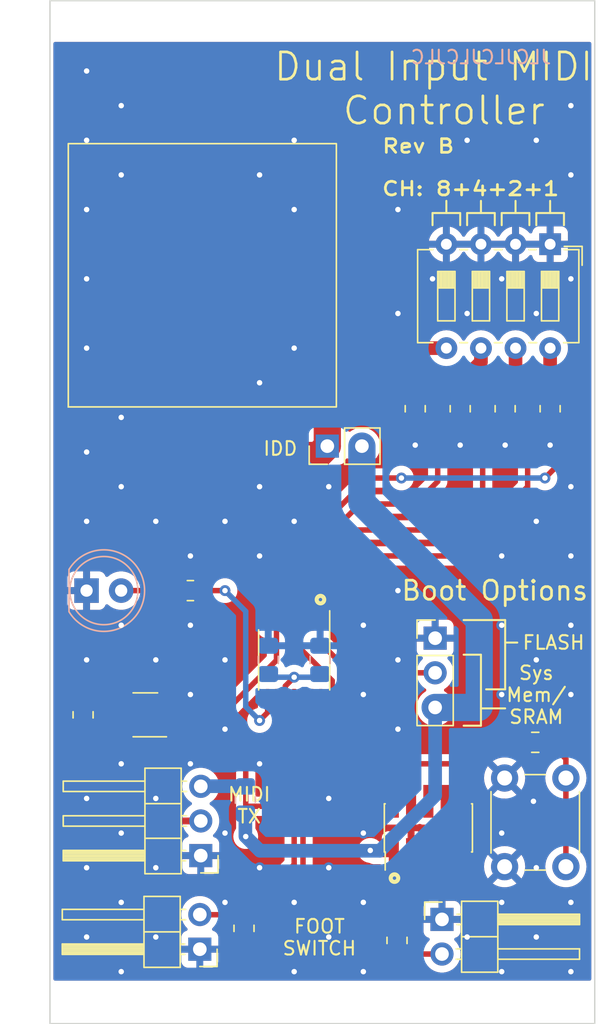
<source format=kicad_pcb>
(kicad_pcb (version 20221018) (generator pcbnew)
  (layers (0 "F.Cu" signal) (31 "B.Cu" signal) (34 "B.Paste" user) (35 "F.Paste" user) (36 "B.SilkS" user "B.Silkscreen") (37 "F.SilkS" user "F.Silkscreen") (38 "B.Mask" user) (39 "F.Mask" user) (44 "Edge.Cuts" user))
  (net 0 "")
  (net 1 "Net-(BT1-+)")
  (net 2 "GND")
  (net 3 "/Microcontroller/NRST")
  (net 4 "+3V3")
  (net 5 "Net-(D1-A)")
  (net 6 "Net-(J2-Pin_2)")
  (net 7 "/Microcontroller/SWDIO")
  (net 8 "/Microcontroller/SWCLK")
  (net 9 "Net-(J2-Pin_3)")
  (net 12 "/Microcontroller/EXT_UP_PRESET_SW")
  (net 13 "/Microcontroller/EXT_DOWN_PRESET_SW")
  (net 14 "/Microcontroller/BOOT0")
  (net 15 "/Microcontroller/LPUART1_TX")
  (net 16 "/MIDI_Output/MIDI_TX")
  (net 17 "Net-(R1-Pad1)")
  (net 18 "/Microcontroller/EXT_MIDI_CH_BIT2")
  (net 19 "/Microcontroller/EXT_MIDI_CH_BIT3")
  (net 20 "/Microcontroller/EXT_MIDI_CH_BIT4")
  (net 21 "/Microcontroller/EXT_MIDI_CH_BIT1")
  (net 23 "/Microcontroller/LPWR_MON_LED")
  (footprint "Connector_PinHeader_2.54mm:PinHeader_1x02_P2.54mm_Horizontal" (layer "F.Cu") (at 132.772 128.91 180)
    (fp_text reference "J4" hide)
    (fp_text value "Conn_01x02")
    (pad "1" thru_hole rect (at 0 0 180) (size 1.7 1.7) (drill 1) (layers "*.Cu" "*.Mask") (net 2 "GND"))
    (pad "2" thru_hole oval (at 0 2.54 180) (size 1.7 1.7) (drill 1) (layers "*.Cu" "*.Mask") (net 13 "/Microcontroller/EXT_DOWN_PRESET_SW"))
  )
  (footprint "Resistor_SMD:R_0805_2012Metric_Pad1.20x1.40mm_HandSolder" (layer "F.Cu") (at 151.892 89.281 -90)
    (fp_text reference "R7" hide)
    (fp_text value "120R")
    (pad "1" smd roundrect (at -1 0 270) (size 1.2 1.4) (layers "F.Cu" "F.Paste" "F.Mask") (roundrect_rratio 0.2083333333) (net 19 "/Microcontroller/EXT_MIDI_CH_BIT3"))
    (pad "2" smd roundrect (at 1 0 270) (size 1.2 1.4) (layers "F.Cu" "F.Paste" "F.Mask") (roundrect_rratio 0.2083333333) (net 2 "GND"))
  )
  (footprint "GenericCoinCellHolders:CR2032" (layer "F.Cu") (at 133.1468 79.495029 90)
    (fp_text reference "BT1" hide)
    (fp_text value "Battery_Cell")
    (pad "1" smd roundrect (at -13.208 0 90) (size 6 6) (layers "F.Cu" "F.Paste" "F.Mask") (net 1 "Net-(BT1-+)"))
    (pad "1" smd roundrect (at 13.208 0 90) (size 6 6) (layers "F.Cu" "F.Paste" "F.Mask") (net 1 "Net-(BT1-+)"))
    (pad "2" smd circle (at 0 0 90) (size 14 14) (layers "F.Cu" "F.Paste" "F.Mask") (net 2 "GND"))
  )
  (footprint "Package_TO_SOT_SMD:SOT-23-5_HandSoldering" (layer "F.Cu") (at 128.772446 111.724044 180)
    (fp_text reference "U1" hide)
    (fp_text value "74LVC1G34")
    (pad "1" smd rect (at -1.35 -0.95 180) (size 1.56 0.65) (layers "F.Cu" "F.Paste" "F.Mask"))
    (pad "2" smd rect (at -1.35 0 180) (size 1.56 0.65) (layers "F.Cu" "F.Paste" "F.Mask") (net 16 "/MIDI_Output/MIDI_TX"))
    (pad "3" smd rect (at -1.35 0.95 180) (size 1.56 0.65) (layers "F.Cu" "F.Paste" "F.Mask") (net 2 "GND"))
    (pad "4" smd rect (at 1.35 0.95 180) (size 1.56 0.65) (layers "F.Cu" "F.Paste" "F.Mask") (net 17 "Net-(R1-Pad1)"))
    (pad "5" smd rect (at 1.35 -0.95 180) (size 1.56 0.65) (layers "F.Cu" "F.Paste" "F.Mask") (net 4 "+3V3"))
  )
  (footprint "Package_SO:TSSOP-14_4.4x5mm_P0.65mm" (layer "F.Cu") (at 139.7 107.696 -90)
    (fp_text reference "U2" hide)
    (fp_text value "STM32L011D4Px")
    (pad "1" smd roundrect (at -2.8625 -1.95 270) (size 1.475 0.4) (layers "F.Cu" "F.Paste" "F.Mask") (net 14 "/Microcontroller/BOOT0"))
    (pad "2" smd roundrect (at -2.8625 -1.3 270) (size 1.475 0.4) (layers "F.Cu" "F.Paste" "F.Mask") (net 18 "/Microcontroller/EXT_MIDI_CH_BIT2"))
    (pad "3" smd roundrect (at -2.8625 -0.65 270) (size 1.475 0.4) (layers "F.Cu" "F.Paste" "F.Mask") (net 19 "/Microcontroller/EXT_MIDI_CH_BIT3"))
    (pad "4" smd roundrect (at -2.8625 0 270) (size 1.475 0.4) (layers "F.Cu" "F.Paste" "F.Mask") (net 3 "/Microcontroller/NRST"))
    (pad "5" smd roundrect (at -2.8625 0.65 270) (size 1.475 0.4) (layers "F.Cu" "F.Paste" "F.Mask") (net 20 "/Microcontroller/EXT_MIDI_CH_BIT4"))
    (pad "6" smd roundrect (at -2.8625 1.3 270) (size 1.475 0.4) (layers "F.Cu" "F.Paste" "F.Mask") (net 15 "/Microcontroller/LPUART1_TX"))
    (pad "7" smd roundrect (at -2.8625 1.95 270) (size 1.475 0.4) (layers "F.Cu" "F.Paste" "F.Mask") (net 21 "/Microcontroller/EXT_MIDI_CH_BIT1"))
    (pad "8" smd roundrect (at 2.8625 1.95 270) (size 1.475 0.4) (layers "F.Cu" "F.Paste" "F.Mask") (net 23 "/Microcontroller/LPWR_MON_LED"))
    (pad "9" smd roundrect (at 2.8625 1.3 270) (size 1.475 0.4) (layers "F.Cu" "F.Paste" "F.Mask") (net 2 "GND"))
    (pad "10" smd roundrect (at 2.8625 0.65 270) (size 1.475 0.4) (layers "F.Cu" "F.Paste" "F.Mask") (net 4 "+3V3"))
    (pad "11" smd roundrect (at 2.8625 0 270) (size 1.475 0.4) (layers "F.Cu" "F.Paste" "F.Mask") (net 13 "/Microcontroller/EXT_DOWN_PRESET_SW"))
    (pad "12" smd roundrect (at 2.8625 -0.65 270) (size 1.475 0.4) (layers "F.Cu" "F.Paste" "F.Mask") (net 12 "/Microcontroller/EXT_UP_PRESET_SW"))
    (pad "13" smd roundrect (at 2.8625 -1.3 270) (size 1.475 0.4) (layers "F.Cu" "F.Paste" "F.Mask") (net 7 "/Microcontroller/SWDIO"))
    (pad "14" smd roundrect (at 2.8625 -1.95 270) (size 1.475 0.4) (layers "F.Cu" "F.Paste" "F.Mask") (net 8 "/Microcontroller/SWCLK"))
  )
  (footprint "Resistor_SMD:R_0805_2012Metric_Pad1.20x1.40mm_HandSolder" (layer "F.Cu") (at 155.194 89.281 -90)
    (fp_text reference "R4" hide)
    (fp_text value "120R")
    (pad "1" smd roundrect (at -1 0 270) (size 1.2 1.4) (layers "F.Cu" "F.Paste" "F.Mask") (roundrect_rratio 0.2083333333) (net 18 "/Microcontroller/EXT_MIDI_CH_BIT2"))
    (pad "2" smd roundrect (at 1 0 270) (size 1.2 1.4) (layers "F.Cu" "F.Paste" "F.Mask") (roundrect_rratio 0.2083333333) (net 2 "GND"))
  )
  (footprint "Connector_PinHeader_2.54mm:PinHeader_1x02_P2.54mm_Horizontal" (layer "F.Cu") (at 150.555 126.725388)
    (fp_text reference "J5" hide)
    (fp_text value "Conn_01x02")
    (pad "1" thru_hole rect (at 0 0) (size 1.7 1.7) (drill 1) (layers "*.Cu" "*.Mask") (net 2 "GND"))
    (pad "2" thru_hole oval (at 0 2.54) (size 1.7 1.7) (drill 1) (layers "*.Cu" "*.Mask") (net 12 "/Microcontroller/EXT_UP_PRESET_SW"))
  )
  (footprint "Resistor_SMD:R_0805_2012Metric_Pad1.20x1.40mm_HandSolder" (layer "F.Cu") (at 147.253 128.265388 90)
    (fp_text reference "R6" hide)
    (fp_text value "120R")
    (pad "1" smd roundrect (at -1 0 90) (size 1.2 1.4) (layers "F.Cu" "F.Paste" "F.Mask") (roundrect_rratio 0.2083333333) (net 12 "/Microcontroller/EXT_UP_PRESET_SW"))
    (pad "2" smd roundrect (at 1 0 90) (size 1.2 1.4) (layers "F.Cu" "F.Paste" "F.Mask") (roundrect_rratio 0.2083333333) (net 2 "GND"))
  )
  (footprint "Resistor_SMD:R_0805_2012Metric_Pad1.20x1.40mm_HandSolder" (layer "F.Cu") (at 136.017 127.381 -90)
    (fp_text reference "R5" hide)
    (fp_text value "120R")
    (pad "1" smd roundrect (at -1 0 270) (size 1.2 1.4) (layers "F.Cu" "F.Paste" "F.Mask") (roundrect_rratio 0.2083333333) (net 13 "/Microcontroller/EXT_DOWN_PRESET_SW"))
    (pad "2" smd roundrect (at 1 0 270) (size 1.2 1.4) (layers "F.Cu" "F.Paste" "F.Mask") (roundrect_rratio 0.2083333333) (net 2 "GND"))
  )
  (footprint "Connector_PinHeader_2.54mm:PinHeader_1x03_P2.54mm_Horizontal" (layer "F.Cu") (at 132.842 122.047 180)
    (fp_text reference "J2" hide)
    (fp_text value "Conn_01x03")
    (pad "1" thru_hole rect (at 0 0 180) (size 1.7 1.7) (drill 1) (layers "*.Cu" "*.Mask") (net 2 "GND"))
    (pad "2" thru_hole oval (at 0 2.54 180) (size 1.7 1.7) (drill 1) (layers "*.Cu" "*.Mask") (net 6 "Net-(J2-Pin_2)"))
    (pad "3" thru_hole oval (at 0 5.08 180) (size 1.7 1.7) (drill 1) (layers "*.Cu" "*.Mask") (net 9 "Net-(J2-Pin_3)"))
  )
  (footprint "Resistor_SMD:R_0805_2012Metric_Pad1.20x1.40mm_HandSolder" (layer "F.Cu") (at 158.496 89.281 -90)
    (fp_text reference "R3" hide)
    (fp_text value "120R")
    (pad "1" smd roundrect (at -1 0 270) (size 1.2 1.4) (layers "F.Cu" "F.Paste" "F.Mask") (roundrect_rratio 0.2083333333) (net 21 "/Microcontroller/EXT_MIDI_CH_BIT1"))
    (pad "2" smd roundrect (at 1 0 270) (size 1.2 1.4) (layers "F.Cu" "F.Paste" "F.Mask") (roundrect_rratio 0.2083333333) (net 2 "GND"))
  )
  (footprint "Capacitor_SMD:C_0805_2012Metric_Pad1.18x1.45mm_HandSolder" (layer "F.Cu") (at 157.4038 113.7412 180)
    (fp_text reference "C1" hide)
    (fp_text value "100nF")
    (pad "1" smd roundrect (at -1.0375 0 180) (size 1.175 1.45) (layers "F.Cu" "F.Paste" "F.Mask") (roundrect_rratio 0.2127659574) (net 3 "/Microcontroller/NRST"))
    (pad "2" smd roundrect (at 1.0375 0 180) (size 1.175 1.45) (layers "F.Cu" "F.Paste" "F.Mask") (roundrect_rratio 0.2127659574) (net 2 "GND"))
  )
  (footprint "Resistor_SMD:R_0805_2012Metric_Pad1.20x1.40mm_HandSolder" (layer "F.Cu") (at 124.200446 111.724044 -90)
    (fp_text reference "R1" hide)
    (fp_text value "33R")
    (pad "1" smd roundrect (at -1 0 270) (size 1.2 1.4) (layers "F.Cu" "F.Paste" "F.Mask") (roundrect_rratio 0.2083333333) (net 17 "Net-(R1-Pad1)"))
    (pad "2" smd roundrect (at 1 0 270) (size 1.2 1.4) (layers "F.Cu" "F.Paste" "F.Mask") (roundrect_rratio 0.2083333333) (net 6 "Net-(J2-Pin_2)"))
  )
  (footprint "Resistor_SMD:R_0805_2012Metric_Pad1.20x1.40mm_HandSolder" (layer "F.Cu") (at 132.08 102.616 180)
    (fp_text reference "R9" hide)
    (fp_text value "R")
    (pad "1" smd roundrect (at -1 0 180) (size 1.2 1.4) (layers "F.Cu" "F.Paste" "F.Mask") (roundrect_rratio 0.2083333333) (net 23 "/Microcontroller/LPWR_MON_LED"))
    (pad "2" smd roundrect (at 1 0 180) (size 1.2 1.4) (layers "F.Cu" "F.Paste" "F.Mask") (roundrect_rratio 0.2083333333) (net 5 "Net-(D1-A)"))
  )
  (footprint "Button_Switch_THT:SW_PUSH_6mm" (layer "F.Cu") (at 159.6538 116.3586 -90)
    (fp_text reference "SW1" hide)
    (fp_text value "SW_SPST")
    (pad "1" thru_hole circle (at 0 0) (size 2 2) (drill 1.1) (layers "*.Cu" "*.Mask") (net 3 "/Microcontroller/NRST"))
    (pad "1" thru_hole circle (at 6.5 0) (size 2 2) (drill 1.1) (layers "*.Cu" "*.Mask") (net 3 "/Microcontroller/NRST"))
    (pad "2" thru_hole circle (at 0 4.5) (size 2 2) (drill 1.1) (layers "*.Cu" "*.Mask") (net 2 "GND"))
    (pad "2" thru_hole circle (at 6.5 4.5) (size 2 2) (drill 1.1) (layers "*.Cu" "*.Mask") (net 2 "GND"))
  )
  (footprint "Connector_PinHeader_1.27mm:PinHeader_2x05_P1.27mm_Vertical_SMD" (layer "F.Cu") (at 149.5552 120.015 90)
    (fp_text reference "J3" hide)
    (fp_text value "Conn_02x05_Odd_Even")
    (pad "1" smd rect (at -1.95 -2.54 90) (size 2.4 0.74) (layers "F.Cu" "F.Paste" "F.Mask") (net 4 "+3V3"))
    (pad "2" smd rect (at 1.95 -2.54 90) (size 2.4 0.74) (layers "F.Cu" "F.Paste" "F.Mask") (net 7 "/Microcontroller/SWDIO"))
    (pad "3" smd rect (at -1.95 -1.27 90) (size 2.4 0.74) (layers "F.Cu" "F.Paste" "F.Mask") (net 2 "GND"))
    (pad "4" smd rect (at 1.95 -1.27 90) (size 2.4 0.74) (layers "F.Cu" "F.Paste" "F.Mask") (net 8 "/Microcontroller/SWCLK"))
    (pad "5" smd rect (at -1.95 0 90) (size 2.4 0.74) (layers "F.Cu" "F.Paste" "F.Mask") (net 2 "GND"))
    (pad "6" smd rect (at 1.95 0 90) (size 2.4 0.74) (layers "F.Cu" "F.Paste" "F.Mask"))
    (pad "7" smd rect (at -1.95 1.27 90) (size 2.4 0.74) (layers "F.Cu" "F.Paste" "F.Mask"))
    (pad "8" smd rect (at 1.95 1.27 90) (size 2.4 0.74) (layers "F.Cu" "F.Paste" "F.Mask"))
    (pad "9" smd rect (at -1.95 2.54 90) (size 2.4 0.74) (layers "F.Cu" "F.Paste" "F.Mask") (net 2 "GND"))
    (pad "10" smd rect (at 1.95 2.54 90) (size 2.4 0.74) (layers "F.Cu" "F.Paste" "F.Mask") (net 3 "/Microcontroller/NRST"))
  )
  (footprint "NetTie:NetTie-2_SMD_Pad0.5mm" (layer "F.Cu") (at 132.836446 111.724044 180)
    (fp_text reference "NT1" hide)
    (fp_text value "NetTie_2")
    (fp_poly (pts (xy -0.5 -0.25) (xy 0.5 -0.25) (xy 0.5 0.25) (xy -0.5 0.25)) (fill solid) (layer "F.Cu"))
    (pad "1" smd circle (at -0.5 0 180) (size 0.5 0.5) (layers "F.Cu") (net 15 "/Microcontroller/LPUART1_TX"))
    (pad "2" smd circle (at 0.5 0 180) (size 0.5 0.5) (layers "F.Cu") (net 16 "/MIDI_Output/MIDI_TX"))
  )
  (footprint "Connector_PinHeader_2.54mm:PinHeader_1x03_P2.54mm_Vertical" (layer "F.Cu") (at 150.051791 106.1035)
    (fp_text reference "JP1" hide)
    (fp_text value "Jumper_3_Bridged12")
    (pad "1" thru_hole rect (at 0 0) (size 1.7 1.7) (drill 1) (layers "*.Cu" "*.Mask") (net 2 "GND"))
    (pad "2" thru_hole oval (at 0 2.54) (size 1.7 1.7) (drill 1) (layers "*.Cu" "*.Mask") (net 14 "/Microcontroller/BOOT0"))
    (pad "3" thru_hole oval (at 0 5.08) (size 1.7 1.7) (drill 1) (layers "*.Cu" "*.Mask") (net 4 "+3V3"))
  )
  (footprint "Resistor_SMD:R_0805_2012Metric_Pad1.20x1.40mm_HandSolder" (layer "F.Cu") (at 148.59 89.281 -90)
    (fp_text reference "R8" hide)
    (fp_text value "120R")
    (pad "1" smd roundrect (at -1 0 270) (size 1.2 1.4) (layers "F.Cu" "F.Paste" "F.Mask") (roundrect_rratio 0.2083333333) (net 20 "/Microcontroller/EXT_MIDI_CH_BIT4"))
    (pad "2" smd roundrect (at 1 0 270) (size 1.2 1.4) (layers "F.Cu" "F.Paste" "F.Mask") (roundrect_rratio 0.2083333333) (net 2 "GND"))
  )
  (footprint "Button_Switch_THT:SW_DIP_SPSTx04_Slide_6.7x11.72mm_W7.62mm_P2.54mm_LowProfile" (layer "F.Cu") (at 158.496 77.216 -90)
    (fp_text reference "SW2" hide)
    (fp_text value "SW_DIP_x04")
    (pad "1" thru_hole rect (at 0 0 270) (size 1.6 1.6) (drill 0.8) (layers "*.Cu" "*.Mask") (net 2 "GND"))
    (pad "2" thru_hole oval (at 0 2.54 270) (size 1.6 1.6) (drill 0.8) (layers "*.Cu" "*.Mask") (net 2 "GND"))
    (pad "3" thru_hole oval (at 0 5.08 270) (size 1.6 1.6) (drill 0.8) (layers "*.Cu" "*.Mask") (net 2 "GND"))
    (pad "4" thru_hole oval (at 0 7.62 270) (size 1.6 1.6) (drill 0.8) (layers "*.Cu" "*.Mask") (net 2 "GND"))
    (pad "5" thru_hole oval (at 7.62 7.62 270) (size 1.6 1.6) (drill 0.8) (layers "*.Cu" "*.Mask") (net 20 "/Microcontroller/EXT_MIDI_CH_BIT4"))
    (pad "6" thru_hole oval (at 7.62 5.08 270) (size 1.6 1.6) (drill 0.8) (layers "*.Cu" "*.Mask") (net 19 "/Microcontroller/EXT_MIDI_CH_BIT3"))
    (pad "7" thru_hole oval (at 7.62 2.54 270) (size 1.6 1.6) (drill 0.8) (layers "*.Cu" "*.Mask") (net 18 "/Microcontroller/EXT_MIDI_CH_BIT2"))
    (pad "8" thru_hole oval (at 7.62 0 270) (size 1.6 1.6) (drill 0.8) (layers "*.Cu" "*.Mask") (net 21 "/Microcontroller/EXT_MIDI_CH_BIT1"))
  )
  (footprint "Connector_PinHeader_2.54mm:PinHeader_1x02_P2.54mm_Vertical" (layer "F.Cu") (at 142.1334 92.021544 90)
    (fp_text reference "J1" hide)
    (fp_text value "Conn_01x02")
    (pad "1" thru_hole rect (at 0 0 90) (size 1.7 1.7) (drill 1) (layers "*.Cu" "*.Mask") (net 1 "Net-(BT1-+)"))
    (pad "2" thru_hole oval (at 0 2.54 90) (size 1.7 1.7) (drill 1) (layers "*.Cu" "*.Mask") (net 4 "+3V3"))
  )
  (footprint "LED_THT:LED_D5.0mm" (layer "B.Cu") (at 124.455 102.616)
    (fp_text reference "D1" hide)
    (fp_text value "LED")
    (pad "1" thru_hole rect (at 0 0) (size 1.8 1.8) (drill 0.9) (layers "*.Cu" "*.Mask") (net 2 "GND"))
    (pad "2" thru_hole circle (at 2.54 0) (size 1.8 1.8) (drill 0.9) (layers "*.Cu" "*.Mask") (net 5 "Net-(D1-A)"))
  )
  (footprint "Resistor_SMD:R_0805_2012Metric_Pad1.20x1.40mm_HandSolder" (layer "B.Cu") (at 136.1186 117.9736 -90)
    (fp_text reference "R2" hide)
    (fp_text value "10R")
    (pad "1" smd roundrect (at -1 0 270) (size 1.2 1.4) (layers "B.Cu" "B.Paste" "B.Mask") (roundrect_rratio 0.2083333333) (net 9 "Net-(J2-Pin_3)"))
    (pad "2" smd roundrect (at 1 0 270) (size 1.2 1.4) (layers "B.Cu" "B.Paste" "B.Mask") (roundrect_rratio 0.2083333333) (net 4 "+3V3"))
  )
  (footprint "Capacitor_SMD:C_0805_2012Metric_Pad1.18x1.45mm_HandSolder" (layer "B.Cu") (at 141.605 107.696 90)
    (fp_text reference "C3" hide)
    (fp_text value "100nF")
    (pad "1" smd roundrect (at -1.0375 0 90) (size 1.175 1.45) (layers "B.Cu" "B.Paste" "B.Mask") (roundrect_rratio 0.2127659574) (net 4 "+3V3"))
    (pad "2" smd roundrect (at 1.0375 0 90) (size 1.175 1.45) (layers "B.Cu" "B.Paste" "B.Mask") (roundrect_rratio 0.2127659574) (net 2 "GND"))
  )
  (footprint "Capacitor_SMD:C_0805_2012Metric_Pad1.18x1.45mm_HandSolder" (layer "B.Cu") (at 137.795 107.696 90)
    (fp_text reference "C2" hide)
    (fp_text value "10uF")
    (pad "1" smd roundrect (at -1.0375 0 90) (size 1.175 1.45) (layers "B.Cu" "B.Paste" "B.Mask") (roundrect_rratio 0.2127659574) (net 4 "+3V3"))
    (pad "2" smd roundrect (at 1.0375 0 90) (size 1.175 1.45) (layers "B.Cu" "B.Paste" "B.Mask") (roundrect_rratio 0.2127659574) (net 2 "GND"))
  )
  (gr_line (start 153.416 111.252) (end 155.194 111.252) (stroke (width 0.15)) (layer "F.SilkS"))
  (gr_line (start 152.146 107.315) (end 153.416 107.315) (stroke (width 0.15)) (layer "F.SilkS"))
  (gr_line (start 150.876 74.93) (end 150.876 74.041) (stroke (width 0.15)) (layer "F.SilkS"))
  (gr_line (start 154.94 74.93) (end 156.972 74.93) (stroke (width 0.15)) (layer "F.SilkS"))
  (gr_line (start 153.416 112.522) (end 152.146 112.522) (stroke (width 0.15)) (layer "F.SilkS"))
  (gr_line (start 149.86 75.819) (end 149.86 74.93) (stroke (width 0.15)) (layer "F.SilkS"))
  (gr_line (start 154.432 74.93) (end 154.432 75.819) (stroke (width 0.15)) (layer "F.SilkS"))
  (gr_line (start 157.48 75.819) (end 157.48 74.93) (stroke (width 0.15)) (layer "F.SilkS"))
  (gr_line (start 158.496 74.93) (end 158.496 74.041) (stroke (width 0.15)) (layer "F.SilkS"))
  (gr_line (start 152.4 74.93) (end 154.432 74.93) (stroke (width 0.15)) (layer "F.SilkS"))
  (gr_line (start 149.86 74.93) (end 151.892 74.93) (stroke (width 0.15)) (layer "F.SilkS"))
  (gr_circle (center 147.066 123.698) (end 147.193 123.698) (stroke (width 0.3)) (fill none) (layer "F.SilkS"))
  (gr_line (start 155.194 104.775) (end 152.146 104.775) (stroke (width 0.15)) (layer "F.SilkS"))
  (gr_line (start 153.416 107.315) (end 153.416 112.522) (stroke (width 0.15)) (layer "F.SilkS"))
  (gr_line (start 153.416 74.93) (end 153.416 74.041) (stroke (width 0.15)) (layer "F.SilkS"))
  (gr_line (start 155.194 109.855) (end 155.194 104.775) (stroke (width 0.15)) (layer "F.SilkS"))
  (gr_line (start 155.194 106.426) (end 156.083 106.426) (stroke (width 0.15)) (layer "F.SilkS"))
  (gr_line (start 154.94 75.819) (end 154.94 74.93) (stroke (width 0.15)) (layer "F.SilkS"))
  (gr_line (start 153.797 109.855) (end 155.194 109.855) (stroke (width 0.15)) (layer "F.SilkS"))
  (gr_line (start 159.512 74.93) (end 159.512 75.819) (stroke (width 0.15)) (layer "F.SilkS"))
  (gr_circle (center 141.6304 103.2764) (end 141.7574 103.2764) (stroke (width 0.3)) (fill none) (layer "F.SilkS"))
  (gr_line (start 155.956 74.93) (end 155.956 74.041) (stroke (width 0.15)) (layer "F.SilkS"))
  (gr_line (start 152.4 75.819) (end 152.4 74.93) (stroke (width 0.15)) (layer "F.SilkS"))
  (gr_line (start 151.892 74.93) (end 151.892 75.819) (stroke (width 0.15)) (layer "F.SilkS"))
  (gr_line (start 157.48 74.93) (end 159.512 74.93) (stroke (width 0.15)) (layer "F.SilkS"))
  (gr_line (start 156.972 74.93) (end 156.972 75.819) (stroke (width 0.15)) (layer "F.SilkS"))
  (gr_rect (start 121.7676 59.3598) (end 161.7726 134.366) (stroke (width 0.1)) (fill none) (layer "Edge.Cuts"))
  (gr_text "JLCJLCJLCJLC" (at 153.416 63.5) (layer "B.SilkS") (effects (font (size 1 1)) (justify mirror)))
  (gr_text "FOOT\nSWITCH" (at 141.5542 128.0414) (layer "F.SilkS") (effects (font (size 1 1))))
  (gr_text "Boot Options" (at 154.432 102.616) (layer "F.SilkS") (effects (font (size 1.4 1.4) (thickness 0.2))))
  (gr_text "IDD" (at 138.684 92.202) (layer "F.SilkS") (effects (font (size 1 1) (thickness 0.153))))
  (gr_text "CH: 8+4+2+1" (at 152.654 73.152) (layer "F.SilkS") (effects (font (size 1 1.2) (thickness 0.2))))
  (gr_text "MIDI\nTX" (at 136.398 118.364) (layer "F.SilkS") (effects (font (size 1 1))))
  (gr_text "FLASH" (at 158.75 106.426) (layer "F.SilkS") (effects (font (size 1 1) (thickness 0.153))))
  (gr_text "Sys\nMem/\nSRAM" (at 157.48 110.2614) (layer "F.SilkS") (effects (font (size 1 1) (thickness 0.153))))
  (gr_text "Dual Input MIDI \nController" (at 150.6982 65.8114) (layer "F.SilkS") (effects (font (size 2 2) (thickness 0.2))))
  (gr_text "Rev B" (at 148.811201 70.026378) (layer "F.SilkS") (effects (font (size 1 1.2) (thickness 0.2))))
  (segment (start 141.444944 92.71) (end 142.1334 92.021544) (width 2) (layer "F.Cu") (net 1))
  (segment (start 143.764 70.358) (end 139.693029 66.287029) (width 2) (layer "F.Cu") (net 1))
  (segment (start 139.693029 66.287029) (end 133.1468 66.287029) (width 2) (layer "F.Cu") (net 1))
  (segment (start 142.1334 92.021544) (end 142.1334 87.9906) (width 2) (layer "F.Cu") (net 1))
  (segment (start 133.153771 92.71) (end 141.444944 92.71) (width 2) (layer "F.Cu") (net 1))
  (segment (start 142.1334 87.9906) (end 143.764 86.36) (width 2) (layer "F.Cu") (net 1))
  (segment (start 133.1468 92.703029) (end 133.153771 92.71) (width 2) (layer "F.Cu") (net 1))
  (segment (start 143.764 86.36) (end 143.764 70.358) (width 2) (layer "F.Cu") (net 1))
  (segment (start 148.59 90.281) (end 148.59 91.948) (width 0.4) (layer "F.Cu") (net 2))
  (segment (start 138.4 114.076) (end 137.16 115.316) (width 0.4) (layer "F.Cu") (net 2))
  (segment (start 138.4 110.5585) (end 138.4 114.076) (width 0.4) (layer "F.Cu") (net 2))
  (segment (start 158.496 90.281) (end 158.496 91.948) (width 0.4) (layer "F.Cu") (net 2))
  (segment (start 155.194 90.281) (end 155.194 91.948) (width 0.4) (layer "F.Cu") (net 2))
  (segment (start 151.892 90.281) (end 151.892 91.948) (width 0.4) (layer "F.Cu") (net 2))
  (via (at 134.62 125.476) (size 0.8) (drill 0.4) (layers "F.Cu" "B.Cu") (net 2))
  (via (at 132.08 105.156) (size 0.8) (drill 0.4) (layers "F.Cu" "B.Cu") (net 2))
  (via (at 139.7 130.556) (size 0.8) (drill 0.4) (layers "F.Cu" "B.Cu") (net 2))
  (via (at 137.16 87.376) (size 0.8) (drill 0.4) (layers "F.Cu" "B.Cu") (net 2))
  (via (at 142.24 122.936) (size 0.8) (drill 0.4) (layers "F.Cu" "B.Cu") (net 2))
  (via (at 144.78 130.556) (size 0.8) (drill 0.4) (layers "F.Cu" "B.Cu") (net 2))
  (via (at 127 120.396) (size 0.8) (drill 0.4) (layers "F.Cu" "B.Cu") (net 2))
  (via (at 127 130.556) (size 0.8) (drill 0.4) (layers "F.Cu" "B.Cu") (net 2))
  (via (at 155.194 91.948) (size 0.8) (drill 0.4) (layers "F.Cu" "B.Cu") (net 2))
  (via (at 157.48 97.536) (size 0.8) (drill 0.4) (layers "F.Cu" "B.Cu") (net 2))
  (via (at 139.7 84.836) (size 0.8) (drill 0.4) (layers "F.Cu" "B.Cu") (net 2))
  (via (at 137.16 115.316) (size 0.8) (drill 0.4) (layers "F.Cu" "B.Cu") (net 2))
  (via (at 124.46 64.516) (size 0.8) (drill 0.4) (layers "F.Cu" "B.Cu") (net 2))
  (via (at 134.62 97.536) (size 0.8) (drill 0.4) (layers "F.Cu" "B.Cu") (net 2))
  (via (at 157.48 128.016) (size 0.8) (drill 0.4) (layers "F.Cu" "B.Cu") (net 2))
  (via (at 132.08 110.236) (size 0.8) (drill 0.4) (layers "F.Cu" "B.Cu") (net 2))
  (via (at 154.94 120.396) (size 0.8) (drill 0.4) (layers "F.Cu" "B.Cu") (net 2))
  (via (at 124.46 74.676) (size 0.8) (drill 0.4) (layers "F.Cu" "B.Cu") (net 2))
  (via (at 152.4 128.016) (size 0.8) (drill 0.4) (layers "F.Cu" "B.Cu") (net 2))
  (via (at 160.02 79.756) (size 0.8) (drill 0.4) (layers "F.Cu" "B.Cu") (net 2))
  (via (at 144.78 105.156) (size 0.8) (drill 0.4) (layers "F.Cu" "B.Cu") (net 2))
  (via (at 139.7 69.596) (size 0.8) (drill 0.4) (layers "F.Cu" "B.Cu") (net 2))
  (via (at 124.46 117.856) (size 0.8) (drill 0.4) (layers "F.Cu" "B.Cu") (net 2))
  (via (at 160.02 125.476) (size 0.8) (drill 0.4) (layers "F.Cu" "B.Cu") (net 2))
  (via (at 124.46 107.696) (size 0.8) (drill 0.4) (layers "F.Cu" "B.Cu") (net 2))
  (via (at 132.08 115.316) (size 0.8) (drill 0.4) (layers "F.Cu" "B.Cu") (net 2))
  (via (at 158.496 91.948) (size 0.8) (drill 0.4) (layers "F.Cu" "B.Cu") (net 2))
  (via (at 154.94 105.156) (size 0.8) (drill 0.4) (layers "F.Cu" "B.Cu") (net 2))
  (via (at 160.02 72.136) (size 0.8) (drill 0.4) (layers "F.Cu" "B.Cu") (net 2))
  (via (at 127 105.156) (size 0.8) (drill 0.4) (layers "F.Cu" "B.Cu") (net 2))
  (via (at 124.46 69.596) (size 0.8) (drill 0.4) (layers "F.Cu" "B.Cu") (net 2))
  (via (at 160.02 100.076) (size 0.8) (drill 0.4) (layers "F.Cu" "B.Cu") (net 2))
  (via (at 148.59 91.948) (size 0.8) (drill 0.4) (layers "F.Cu" "B.Cu") (net 2))
  (via (at 129.54 107.696) (size 0.8) (drill 0.4) (layers "F.Cu" "B.Cu") (net 2))
  (via (at 127 89.916) (size 0.8) (drill 0.4) (layers "F.Cu" "B.Cu") (net 2))
  (via (at 139.7 74.676) (size 0.8) (drill 0.4) (layers "F.Cu" "B.Cu") (net 2))
  (via (at 137.16 122.936) (size 0.8) (drill 0.4) (layers "F.Cu" "B.Cu") (net 2))
  (via (at 154.94 125.476) (size 0.8) (drill 0.4) (layers "F.Cu" "B.Cu") (net 2))
  (via (at 139.7 97.536) (size 0.8) (drill 0.4) (layers "F.Cu" "B.Cu") (net 2))
  (via (at 144.78 125.476) (size 0.8) (drill 0.4) (layers "F.Cu" "B.Cu") (net 2))
  (via (at 144.78 110.236) (size 0.8) (drill 0.4) (layers "F.Cu" "B.Cu") (net 2))
  (via (at 149.86 79.756) (size 0.8) (drill 0.4) (layers "F.Cu" "B.Cu") (net 2))
  (via (at 124.46 122.936) (size 0.8) (drill 0.4) (layers "F.Cu" "B.Cu") (net 2))
  (via (at 160.02 94.996) (size 0.8) (drill 0.4) (layers "F.Cu" "B.Cu") (net 2))
  (via (at 147.32 112.776) (size 0.8) (drill 0.4) (layers "F.Cu" "B.Cu") (net 2))
  (via (at 127 94.996) (size 0.8) (drill 0.4) (layers "F.Cu" "B.Cu") (net 2))
  (via (at 129.54 97.536) (size 0.8) (drill 0.4) (layers "F.Cu" "B.Cu") (net 2))
  (via (at 154.94 100.076) (size 0.8) (drill 0.4) (layers "F.Cu" "B.Cu") (net 2))
  (via (at 137.16 72.136) (size 0.8) (drill 0.4) (layers "F.Cu" "B.Cu") (net 2))
  (via (at 124.46 128.016) (size 0.8) (drill 0.4) (layers "F.Cu" "B.Cu") (net 2))
  (via (at 144.78 120.396) (size 0.8) (drill 0.4) (layers "F.Cu" "B.Cu") (net 2))
  (via (at 142.24 128.016) (size 0.8) (drill 0.4) (layers "F.Cu" "B.Cu") (net 2))
  (via (at 147.32 82.296) (size 0.8) (drill 0.4) (layers "F.Cu" "B.Cu") (net 2))
  (via (at 152.4 69.596) (size 0.8) (drill 0.4) (layers "F.Cu" "B.Cu") (net 2))
  (via (at 154.94 130.556) (size 0.8) (drill 0.4) (layers "F.Cu" "B.Cu") (net 2))
  (via (at 127 125.476) (size 0.8) (drill 0.4) (layers "F.Cu" "B.Cu") (net 2))
  (via (at 134.62 112.776) (size 0.8) (drill 0.4) (layers "F.Cu" "B.Cu") (net 2))
  (via (at 157.48 82.296) (size 0.8) (drill 0.4) (layers "F.Cu" "B.Cu") (net 2))
  (via (at 137.16 94.996) (size 0.8) (drill 0.4) (layers "F.Cu" "B.Cu") (net 2))
  (via (at 157.48 69.596) (size 0.8) (drill 0.4) (layers "F.Cu" "B.Cu") (net 2))
  (via (at 127 67.056) (size 0.8) (drill 0.4) (layers "F.Cu" "B.Cu") (net 2))
  (via (at 127 72.136) (size 0.8) (drill 0.4) (layers "F.Cu" "B.Cu") (net 2))
  (via (at 137.16 100.076) (size 0.8) (drill 0.4) (layers "F.Cu" "B.Cu") (net 2))
  (via (at 157.48 122.936) (size 0.8) (drill 0.4) (layers "F.Cu" "B.Cu") (net 2))
  (via (at 157.48 107.696) (size 0.8) (drill 0.4) (layers "F.Cu" "B.Cu") (net 2))
  (via (at 129.54 122.936) (size 0.8) (drill 0.4) (layers "F.Cu" "B.Cu") (net 2))
  (via (at 129.54 117.856) (size 0.8) (drill 0.4) (layers "F.Cu" "B.Cu") (net 2))
  (via (at 154.94 79.756) (size 0.8) (drill 0.4) (layers "F.Cu" "B.Cu") (net 2))
  (via (at 147.32 102.616) (size 0.8) (drill 0.4) (layers "F.Cu" "B.Cu") (net 2))
  (via (at 152.4 82.296) (size 0.8) (drill 0.4) (layers "F.Cu" "B.Cu") (net 2))
  (via (at 160.02 105.156) (size 0.8) (drill 0.4) (layers "F.Cu" "B.Cu") (net 2))
  (via (at 124.46 84.836) (size 0.8) (drill 0.4) (layers "F.Cu" "B.Cu") (net 2))
  (via (at 129.54 128.016) (size 0.8) (drill 0.4) (layers "F.Cu" "B.Cu") (net 2))
  (via (at 134.62 107.696) (size 0.8) (drill 0.4) (layers "F.Cu" "B.Cu") (net 2))
  (via (at 124.46 92.456) (size 0.8) (drill 0.4) (layers "F.Cu" "B.Cu") (net 2))
  (via (at 160.02 67.056) (size 0.8) (drill 0.4) (layers "F.Cu" "B.Cu") (net 2))
  (via (at 132.08 100.076) (size 0.8) (drill 0.4) (layers "F.Cu" "B.Cu") (net 2))
  (via (at 139.7 125.476) (size 0.8) (drill 0.4) (layers "F.Cu" "B.Cu") (net 2))
  (via (at 124.46 97.536) (size 0.8) (drill 0.4) (layers "F.Cu" "B.Cu") (net 2))
  (via (at 142.24 117.856) (size 0.8) (drill 0.4) (layers "F.Cu" "B.Cu") (net 2))
  (via (at 160.02 110.236) (size 0.8) (drill 0.4) (layers "F.Cu" "B.Cu") (net 2))
  (via (at 142.24 94.996) (size 0.8) (drill 0.4) (layers "F.Cu" "B.Cu") (net 2))
  (via (at 157.271 118.065) (size 0.8) (drill 0.4) (layers "F.Cu" "B.Cu") (net 2))
  (via (at 147.32 107.696) (size 0.8) (drill 0.4) (layers "F.Cu" "B.Cu") (net 2))
  (via (at 154.94 110.236) (size 0.8) (drill 0.4) (layers "F.Cu" "B.Cu") (net 2))
  (via (at 127 115.316) (size 0.8) (drill 0.4) (layers "F.Cu" "B.Cu") (net 2))
  (via (at 134.62 120.396) (size 0.8) (drill 0.4) (layers "F.Cu" "B.Cu") (net 2))
  (via (at 151.892 91.948) (size 0.8) (drill 0.4) (layers "F.Cu" "B.Cu") (net 2))
  (via (at 160.02 130.556) (size 0.8) (drill 0.4) (layers "F.Cu" "B.Cu") (net 2))
  (via (at 147.32 74.676) (size 0.8) (drill 0.4) (layers "F.Cu" "B.Cu") (net 2))
  (via (at 124.46 79.756) (size 0.8) (drill 0.4) (layers "F.Cu" "B.Cu") (net 2))
  (segment (start 159.6538 118.065) (end 159.6538 120.2838) (width 0.4) (layer "F.Cu") (net 3))
  (segment (start 155.149 118.065) (end 157.3678 120.2838) (width 0.4) (layer "F.Cu") (net 3))
  (segment (start 142.494 109.22) (end 142.494 113.03) (width 0.4) (layer "F.Cu") (net 3))
  (segment (start 139.7 104.8335) (end 139.7 106.426) (width 0.4) (layer "F.Cu") (net 3))
  (segment (start 144.78 115.316) (end 151.765 115.316) (width 0.4) (layer "F.Cu") (net 3))
  (segment (start 139.7 106.426) (end 142.494 109.22) (width 0.4) (layer "F.Cu") (net 3))
  (segment (start 159.6538 118.065) (end 159.6538 116.3586) (width 0.4) (layer "F.Cu") (net 3))
  (segment (start 159.6538 116.3586) (end 159.6538 114.9537) (width 0.4) (layer "F.Cu") (net 3))
  (segment (start 152.0952 118.065) (end 155.149 118.065) (width 0.4) (layer "F.Cu") (net 3))
  (segment (start 157.3678 120.2838) (end 159.6538 120.2838) (width 0.4) (layer "F.Cu") (net 3))
  (segment (start 159.6538 120.2838) (end 159.6538 122.8586) (width 0.4) (layer "F.Cu") (net 3))
  (segment (start 152.0952 115.6462) (end 152.0952 118.065) (width 0.4) (layer "F.Cu") (net 3))
  (segment (start 151.765 115.316) (end 152.0952 115.6462) (width 0.4) (layer "F.Cu") (net 3))
  (segment (start 159.6538 114.9537) (end 158.4413 113.7412) (width 0.4) (layer "F.Cu") (net 3))
  (segment (start 142.494 113.03) (end 144.78 115.316) (width 0.4) (layer "F.Cu") (net 3))
  (segment (start 136.144 115.57) (end 136.144 118.431213) (width 0.4) (layer "F.Cu") (net 4))
  (segment (start 127.422446 113.833446) (end 127.889 114.3) (width 0.4) (layer "F.Cu") (net 4))
  (segment (start 136.144 118.431213) (end 138.489787 118.431213) (width 0.4) (layer "F.Cu") (net 4))
  (segment (start 136.144 120.65) (end 136.144 118.431213) (width 0.4) (layer "F.Cu") (net 4))
  (segment (start 138.489787 118.431213) (end 139.05 117.871) (width 0.4) (layer "F.Cu") (net 4))
  (segment (start 134.874 114.3) (end 136.144 115.57) (width 0.4) (layer "F.Cu") (net 4))
  (segment (start 139.05 117.871) (end 139.05 110.5585) (width 0.4) (layer "F.Cu") (net 4))
  (segment (start 127.422446 112.674044) (end 127.422446 113.833446) (width 0.4) (layer "F.Cu") (net 4))
  (segment (start 139.05 109.616) (end 139.7 108.966) (width 0.4) (layer "F.Cu") (net 4))
  (segment (start 127.889 114.3) (end 134.874 114.3) (width 0.4) (layer "F.Cu") (net 4))
  (segment (start 139.05 110.5585) (end 139.05 109.616) (width 0.4) (layer "F.Cu") (net 4))
  (segment (start 145.587 121.965) (end 145.288 121.666) (width 0.4) (layer "F.Cu") (net 4))
  (segment (start 147.0152 121.965) (end 145.587 121.965) (width 0.4) (layer "F.Cu") (net 4))
  (via (at 136.144 120.65) (size 0.8) (drill 0.4) (layers "F.Cu" "B.Cu") (net 4))
  (via (at 145.288 121.666) (size 0.8) (drill 0.4) (layers "F.Cu" "B.Cu") (net 4))
  (via (at 139.7 108.966) (size 0.8) (drill 0.4) (layers "F.Cu" "B.Cu") (net 4))
  (segment (start 136.144 120.65) (end 137.1854 121.6914) (width 1) (layer "B.Cu") (net 4))
  (segment (start 137.1854 121.6914) (end 145.9992 121.6914) (width 1) (layer "B.Cu") (net 4))
  (segment (start 139.7 108.966) (end 141.3725 108.966) (width 0.4) (layer "B.Cu") (net 4))
  (segment (start 139.7 108.966) (end 138.0275 108.966) (width 0.4) (layer "B.Cu") (net 4))
  (segment (start 144.6734 96.1594) (end 153.289 104.775) (width 2) (layer "B.Cu") (net 4))
  (segment (start 153.289 104.775) (end 153.289 111.125) (width 2) (layer "B.Cu") (net 4))
  (segment (start 136.1186 120.6246) (end 136.144 120.65) (width 0.4) (layer "B.Cu") (net 4))
  (segment (start 136.1186 118.9736) (end 136.1186 120.6246) (width 1) (layer "B.Cu") (net 4))
  (segment (start 153.289 111.125) (end 153.2305 111.1835) (width 2) (layer "B.Cu") (net 4))
  (segment (start 145.9992 121.6914) (end 150.051791 117.638809) (width 1) (layer "B.Cu") (net 4))
  (segment (start 150.051791 117.638809) (end 150.051791 111.1835) (width 1) (layer "B.Cu") (net 4))
  (segment (start 141.3725 108.966) (end 141.605 108.7335) (width 0.4) (layer "B.Cu") (net 4))
  (segment (start 153.2305 111.1835) (end 150.051791 111.1835) (width 2) (layer "B.Cu") (net 4))
  (segment (start 138.0275 108.966) (end 137.795 108.7335) (width 0.4) (layer "B.Cu") (net 4))
  (segment (start 144.6734 92.021544) (end 144.6734 96.1594) (width 2) (layer "B.Cu") (net 4))
  (segment (start 131.08 102.616) (end 127 102.616) (width 0.4) (layer "F.Cu") (net 5))
  (segment (start 124.206 112.729598) (end 124.206 114.1476) (width 0.5) (layer "F.Cu") (net 6))
  (segment (start 124.206 114.1476) (end 129.5654 119.507) (width 0.5) (layer "F.Cu") (net 6))
  (segment (start 129.5654 119.507) (end 132.842 119.507) (width 0.5) (layer "F.Cu") (net 6))
  (segment (start 124.200446 112.724044) (end 124.206 112.729598) (width 0.5) (layer "F.Cu") (net 6))
  (segment (start 144.354 118.065) (end 147.0152 118.065) (width 0.4) (layer "F.Cu") (net 7))
  (segment (start 141 110.5585) (end 141 114.711) (width 0.4) (layer "F.Cu") (net 7))
  (segment (start 141 114.711) (end 144.354 118.065) (width 0.4) (layer "F.Cu") (net 7))
  (segment (start 148.2852 118.065) (end 148.2852 116.078) (width 0.4) (layer "F.Cu") (net 8))
  (segment (start 144.526 116.078) (end 141.65 113.202) (width 0.4) (layer "F.Cu") (net 8))
  (segment (start 141.65 113.202) (end 141.65 110.5585) (width 0.4) (layer "F.Cu") (net 8))
  (segment (start 148.2852 116.078) (end 144.526 116.078) (width 0.4) (layer "F.Cu") (net 8))
  (segment (start 132.8166 116.9576) (end 136.1026 116.9576) (width 1) (layer "B.Cu") (net 9))
  (segment (start 145.394388 129.265388) (end 140.35 124.221) (width 0.4) (layer "F.Cu") (net 12))
  (segment (start 140.35 124.221) (end 140.35 110.5585) (width 0.4) (layer "F.Cu") (net 12))
  (segment (start 147.253 129.265388) (end 150.555 129.265388) (width 0.4) (layer "F.Cu") (net 12))
  (segment (start 147.253 129.265388) (end 145.394388 129.265388) (width 0.4) (layer "F.Cu") (net 12))
  (segment (start 139.7 122.698) (end 136.017 126.381) (width 0.4) (layer "F.Cu") (net 13))
  (segment (start 132.783 126.381) (end 132.772 126.37) (width 0.4) (layer "F.Cu") (net 13))
  (segment (start 139.7 110.5585) (end 139.7 122.698) (width 0.4) (layer "F.Cu") (net 13))
  (segment (start 136.017 126.381) (end 132.783 126.381) (width 0.4) (layer "F.Cu") (net 13))
  (segment (start 143.8225 108.6435) (end 150.051791 108.6435) (width 0.4) (layer "F.Cu") (net 14))
  (segment (start 141.65 106.471) (end 143.8225 108.6435) (width 0.4) (layer "F.Cu") (net 14))
  (segment (start 141.65 104.8335) (end 141.65 106.471) (width 0.4) (layer "F.Cu") (net 14))
  (segment (start 138.4 104.8335) (end 138.4 107.726) (width 0.4) (layer "F.Cu") (net 15))
  (segment (start 134.401956 111.724044) (end 133.336446 111.724044) (width 0.4) (layer "F.Cu") (net 15))
  (segment (start 138.4 107.726) (end 134.401956 111.724044) (width 0.4) (layer "F.Cu") (net 15))
  (segment (start 130.122446 111.724044) (end 132.336446 111.724044) (width 0.4) (layer "F.Cu") (net 16))
  (segment (start 127.372446 110.724044) (end 127.422446 110.774044) (width 0.5) (layer "F.Cu") (net 17))
  (segment (start 124.200446 110.724044) (end 127.372446 110.724044) (width 0.5) (layer "F.Cu") (net 17))
  (segment (start 141 102.84) (end 143.764 100.076) (width 0.4) (layer "F.Cu") (net 18))
  (segment (start 156.226 88.281) (end 155.194 88.281) (width 0.4) (layer "F.Cu") (net 18))
  (segment (start 155.194 86.995) (end 155.194 88.281) (width 1) (layer "F.Cu") (net 18))
  (segment (start 151.765 100.076) (end 156.845 94.996) (width 0.4) (layer "F.Cu") (net 18))
  (segment (start 155.956 86.233) (end 155.194 86.995) (width 1) (layer "F.Cu") (net 18))
  (segment (start 141 104.8335) (end 141 102.84) (width 0.4) (layer "F.Cu") (net 18))
  (segment (start 155.956 84.836) (end 155.956 86.233) (width 1) (layer "F.Cu") (net 18))
  (segment (start 143.764 100.076) (end 151.765 100.076) (width 0.4) (layer "F.Cu") (net 18))
  (segment (start 156.845 88.9) (end 156.226 88.281) (width 0.4) (layer "F.Cu") (net 18))
  (segment (start 156.845 94.996) (end 156.845 88.9) (width 0.4) (layer "F.Cu") (net 18))
  (segment (start 153.416 85.852) (end 151.892 87.376) (width 1) (layer "F.Cu") (net 19))
  (segment (start 150.749 98.171) (end 153.543 95.377) (width 0.4) (layer "F.Cu") (net 19))
  (segment (start 140.35 104.8335) (end 140.35 101.966) (width 0.4) (layer "F.Cu") (net 19))
  (segment (start 153.051 88.281) (end 151.892 88.281) (width 0.4) (layer "F.Cu") (net 19))
  (segment (start 140.35 101.966) (end 144.145 98.171) (width 0.4) (layer "F.Cu") (net 19))
  (segment (start 153.543 88.773) (end 153.051 88.281) (width 0.4) (layer "F.Cu") (net 19))
  (segment (start 144.145 98.171) (end 150.749 98.171) (width 0.4) (layer "F.Cu") (net 19))
  (segment (start 153.543 95.377) (end 153.543 88.773) (width 0.4) (layer "F.Cu") (net 19))
  (segment (start 151.892 87.376) (end 151.892 88.281) (width 1) (layer "F.Cu") (net 19))
  (segment (start 153.416 84.836) (end 153.416 85.852) (width 1) (layer "F.Cu") (net 19))
  (segment (start 139.05 101.742) (end 144.526 96.266) (width 0.4) (layer "F.Cu") (net 20))
  (segment (start 148.59 96.266) (end 150.241 94.615) (width 0.4) (layer "F.Cu") (net 20))
  (segment (start 144.526 96.266) (end 148.59 96.266) (width 0.4) (layer "F.Cu") (net 20))
  (segment (start 139.05 104.8335) (end 139.05 101.742) (width 0.4) (layer "F.Cu") (net 20))
  (segment (start 150.876 84.836) (end 149.479 84.836) (width 1) (layer "F.Cu") (net 20))
  (segment (start 150.241 89.027) (end 149.495 88.281) (width 0.4) (layer "F.Cu") (net 20))
  (segment (start 149.479 84.836) (end 148.59 85.725) (width 1) (layer "F.Cu") (net 20))
  (segment (start 149.495 88.281) (end 148.59 88.281) (width 0.4) (layer "F.Cu") (net 20))
  (segment (start 148.59 85.725) (end 148.59 88.281) (width 1) (layer "F.Cu") (net 20))
  (segment (start 150.241 94.615) (end 150.241 89.027) (width 0.4) (layer "F.Cu") (net 20))
  (segment (start 160.02 88.646) (end 159.655 88.281) (width 0.4) (layer "F.Cu") (net 21))
  (segment (start 158.115 94.361) (end 160.02 92.456) (width 0.4) (layer "F.Cu") (net 21))
  (segment (start 159.655 88.281) (end 158.496 88.281) (width 0.4) (layer "F.Cu") (net 21))
  (segment (start 147.574 94.361) (end 145.161 94.361) (width 0.4) (layer "F.Cu") (net 21))
  (segment (start 160.02 92.456) (end 160.02 88.646) (width 0.4) (layer "F.Cu") (net 21))
  (segment (start 137.75 101.772) (end 137.75 104.8335) (width 0.4) (layer "F.Cu") (net 21))
  (segment (start 158.496 84.836) (end 158.496 88.281) (width 1) (layer "F.Cu") (net 21))
  (segment (start 145.161 94.361) (end 137.75 101.772) (width 0.4) (layer "F.Cu") (net 21))
  (via (at 147.574 94.361) (size 0.8) (drill 0.4) (layers "F.Cu" "B.Cu") (net 21))
  (via (at 158.115 94.361) (size 0.8) (drill 0.4) (layers "F.Cu" "B.Cu") (net 21))
  (segment (start 147.574 94.361) (end 158.115 94.361) (width 0.4) (layer "B.Cu") (net 21))
  (segment (start 137.75 110.5585) (end 137.75 111.551) (width 0.4) (layer "F.Cu") (net 23))
  (segment (start 137.75 111.551) (end 137.16 112.141) (width 0.4) (layer "F.Cu") (net 23))
  (segment (start 134.62 102.616) (end 133.08 102.616) (width 0.4) (layer "F.Cu") (net 23))
  (via (at 137.16 112.141) (size 0.8) (drill 0.4) (layers "F.Cu" "B.Cu") (net 23))
  (via (at 134.62 102.616) (size 0.8) (drill 0.4) (layers "F.Cu" "B.Cu") (net 23))
  (segment (start 136.144 111.125) (end 136.144 104.14) (width 0.4) (layer "B.Cu") (net 23))
  (segment (start 136.144 104.14) (end 134.62 102.616) (width 0.4) (layer "B.Cu") (net 23))
  (segment (start 137.16 112.141) (end 136.144 111.125) (width 0.4) (layer "B.Cu") (net 23))
  (zone (net 2) (net_name "GND") (layer "F.Cu") (connect_pads (clearance 0.508)) (min_thickness 0.254) (fill yes (thermal_gap 0.508) (thermal_bridge_width 0.508))
    (polygon (pts (xy 161.7726 131.2164) (xy 121.7676 131.2164) (xy 121.7676 62.3824) (xy 161.7726 62.3824)))
  )
  (zone (net 2) (net_name "GND") (layer "B.Cu") (connect_pads (clearance 0.508)) (min_thickness 0.254) (fill yes (thermal_gap 0.508) (thermal_bridge_width 0.508))
    (polygon (pts (xy 161.7726 131.2164) (xy 121.7676 131.2164) (xy 121.7676 62.3824) (xy 161.7726 62.3824)))
  )
)
</source>
